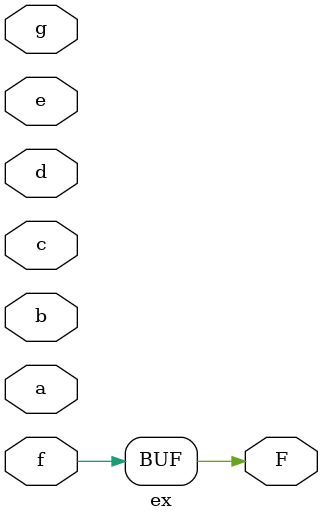
<source format=v>

module ex ( 
    a, b, c, d, e, f, g,
    F  );
  input  a, b, c, d, e, f, g;
  output F;
  assign F = f;
endmodule



</source>
